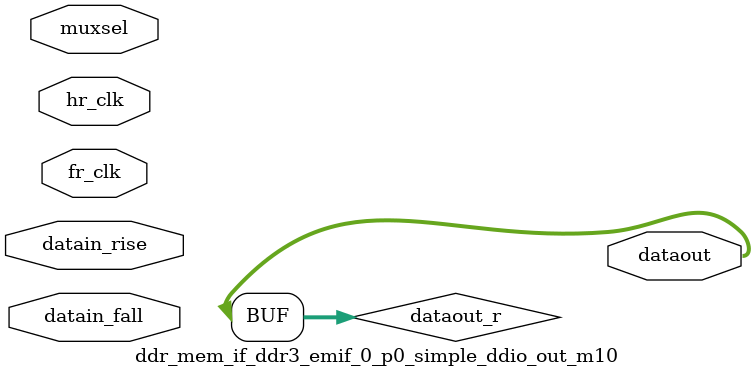
<source format=sv>




`timescale 1 ps / 1 ps

module ddr_mem_if_ddr3_emif_0_p0_simple_ddio_out_m10(
	hr_clk,
	fr_clk,
	datain_rise,
        datain_fall,
        muxsel,
	dataout
);

// *****************************************************************
// BEGIN PARAMETER SECTION

parameter DATA_WIDTH = ""; 

// END PARAMETER SECTION
// *****************************************************************

input	hr_clk;
input   fr_clk;
input	[DATA_WIDTH-1:0] datain_rise;
input   [DATA_WIDTH-1:0] datain_fall;
input   muxsel;
output	[DATA_WIDTH-1:0] dataout;

generate
genvar i, j;
	(* altera_attribute = {"-name ALLOW_SYNCH_CTRL_USAGE OFF"}*) reg [DATA_WIDTH-1:0] datain_r /* synthesis dont_merge syn_noprune syn_preserve = 1 */;
	(* altera_attribute = {"-name ALLOW_SYNCH_CTRL_USAGE OFF"}*) reg [DATA_WIDTH-1:0] datain_f /* synthesis dont_merge syn_noprune syn_preserve = 1 */;


        always_ff @ (posedge hr_clk )
	begin
		datain_r <= datain_rise;
	end

        always_ff @ (negedge hr_clk)
        begin
                datain_f <= datain_fall;
        end


	reg [DATA_WIDTH-1:0] dataout_r /* synthesis dont_merge syn_noprune syn_preserve = 1 */;
	for (i=0; i<DATA_WIDTH; i=i+1)
	begin: ddio_group

                always_ff @ (posedge fr_clk)
                begin
                        if (muxsel)
                        begin
			        dataout_r[i] <= datain_f;
                        end else begin
                                dataout_r[i] <= datain_r;
                        end
		end
	end
	
	assign dataout = dataout_r;
	
endgenerate
endmodule

</source>
